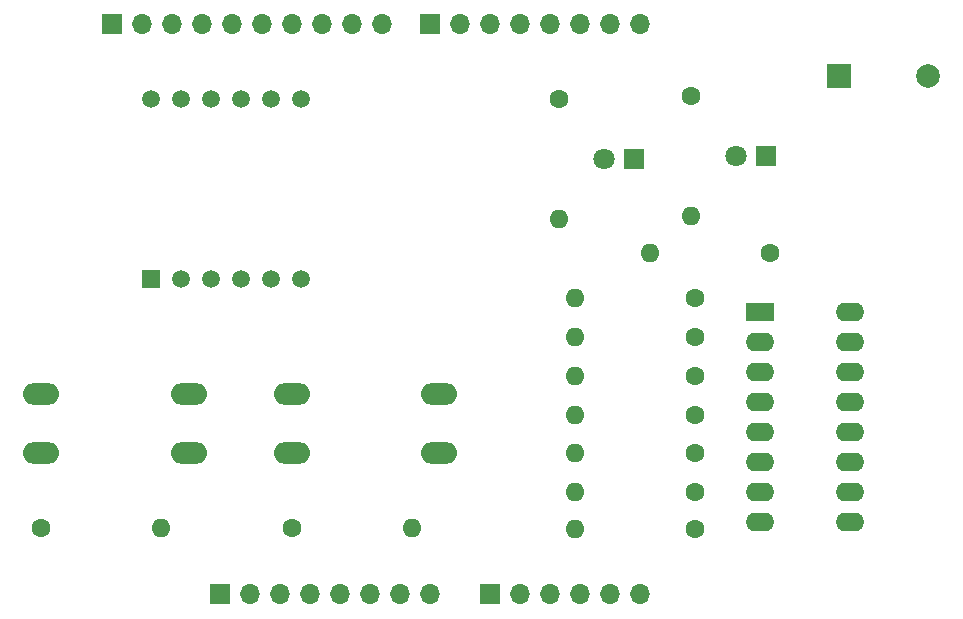
<source format=gbr>
%TF.GenerationSoftware,KiCad,Pcbnew,7.0.1*%
%TF.CreationDate,2023-03-22T23:57:39-06:00*%
%TF.ProjectId,PCB_Tutorial_UNOShield,5043425f-5475-4746-9f72-69616c5f554e,1.0*%
%TF.SameCoordinates,Original*%
%TF.FileFunction,Soldermask,Top*%
%TF.FilePolarity,Negative*%
%FSLAX46Y46*%
G04 Gerber Fmt 4.6, Leading zero omitted, Abs format (unit mm)*
G04 Created by KiCad (PCBNEW 7.0.1) date 2023-03-22 23:57:39*
%MOMM*%
%LPD*%
G01*
G04 APERTURE LIST*
%ADD10R,1.500000X1.500000*%
%ADD11C,1.500000*%
%ADD12R,1.700000X1.700000*%
%ADD13O,1.700000X1.700000*%
%ADD14R,2.000000X2.000000*%
%ADD15C,2.000000*%
%ADD16C,1.600000*%
%ADD17O,1.600000X1.600000*%
%ADD18O,3.048000X1.850000*%
%ADD19R,1.800000X1.800000*%
%ADD20C,1.800000*%
%ADD21R,2.400000X1.600000*%
%ADD22O,2.400000X1.600000*%
G04 APERTURE END LIST*
D10*
%TO.C,U1*%
X122098000Y-70790000D03*
D11*
X124638000Y-70790000D03*
X127178000Y-70790000D03*
X129718000Y-70790000D03*
X132258000Y-70790000D03*
X134798000Y-70790000D03*
X134798000Y-55550000D03*
X132258000Y-55550000D03*
X129718000Y-55550000D03*
X127178000Y-55550000D03*
X124638000Y-55550000D03*
X122098000Y-55550000D03*
%TD*%
D12*
%TO.C,J1*%
X127940000Y-97460000D03*
D13*
X130480000Y-97460000D03*
X133020000Y-97460000D03*
X135560000Y-97460000D03*
X138100000Y-97460000D03*
X140640000Y-97460000D03*
X143180000Y-97460000D03*
X145720000Y-97460000D03*
%TD*%
D12*
%TO.C,J3*%
X150800000Y-97460000D03*
D13*
X153340000Y-97460000D03*
X155880000Y-97460000D03*
X158420000Y-97460000D03*
X160960000Y-97460000D03*
X163500000Y-97460000D03*
%TD*%
D12*
%TO.C,J2*%
X118796000Y-49200000D03*
D13*
X121336000Y-49200000D03*
X123876000Y-49200000D03*
X126416000Y-49200000D03*
X128956000Y-49200000D03*
X131496000Y-49200000D03*
X134036000Y-49200000D03*
X136576000Y-49200000D03*
X139116000Y-49200000D03*
X141656000Y-49200000D03*
%TD*%
D12*
%TO.C,J4*%
X145720000Y-49200000D03*
D13*
X148260000Y-49200000D03*
X150800000Y-49200000D03*
X153340000Y-49200000D03*
X155880000Y-49200000D03*
X158420000Y-49200000D03*
X160960000Y-49200000D03*
X163500000Y-49200000D03*
%TD*%
D14*
%TO.C,LS1*%
X180350000Y-53594000D03*
D15*
X187950000Y-53594000D03*
%TD*%
D16*
%TO.C,R3*%
X156637000Y-55550000D03*
D17*
X156637000Y-65710000D03*
%TD*%
D16*
%TO.C,R4*%
X167813000Y-55296000D03*
D17*
X167813000Y-65456000D03*
%TD*%
D16*
%TO.C,R2*%
X112827000Y-91872000D03*
D17*
X122987000Y-91872000D03*
%TD*%
D18*
%TO.C,SW1*%
X134036000Y-80482000D03*
X146536000Y-80482000D03*
X134036000Y-85482000D03*
X146536000Y-85482000D03*
%TD*%
D19*
%TO.C,D2*%
X174168000Y-60376000D03*
D20*
X171628000Y-60376000D03*
%TD*%
D16*
%TO.C,R1*%
X134036000Y-91872000D03*
D17*
X144196000Y-91872000D03*
%TD*%
D16*
%TO.C,R12*%
X168148000Y-91948000D03*
D17*
X157988000Y-91948000D03*
%TD*%
D16*
%TO.C,R10*%
X168148000Y-85547200D03*
D17*
X157988000Y-85547200D03*
%TD*%
D16*
%TO.C,R8*%
X168148000Y-78994000D03*
D17*
X157988000Y-78994000D03*
%TD*%
D18*
%TO.C,SW2*%
X112810000Y-80482000D03*
X125310000Y-80482000D03*
X112810000Y-85482000D03*
X125310000Y-85482000D03*
%TD*%
D19*
%TO.C,D1*%
X162992000Y-60630000D03*
D20*
X160452000Y-60630000D03*
%TD*%
D16*
%TO.C,R5*%
X174498000Y-68580000D03*
D17*
X164338000Y-68580000D03*
%TD*%
D16*
%TO.C,R7*%
X168148000Y-75692000D03*
D17*
X157988000Y-75692000D03*
%TD*%
D21*
%TO.C,U2*%
X173660000Y-73584000D03*
D22*
X173660000Y-76124000D03*
X173660000Y-78664000D03*
X173660000Y-81204000D03*
X173660000Y-83744000D03*
X173660000Y-86284000D03*
X173660000Y-88824000D03*
X173660000Y-91364000D03*
X181280000Y-91364000D03*
X181280000Y-88824000D03*
X181280000Y-86284000D03*
X181280000Y-83744000D03*
X181280000Y-81204000D03*
X181280000Y-78664000D03*
X181280000Y-76124000D03*
X181280000Y-73584000D03*
%TD*%
D16*
%TO.C,R11*%
X168148000Y-88773000D03*
D17*
X157988000Y-88773000D03*
%TD*%
D16*
%TO.C,R6*%
X168148000Y-72390000D03*
D17*
X157988000Y-72390000D03*
%TD*%
D16*
%TO.C,R9*%
X168148000Y-82296000D03*
D17*
X157988000Y-82296000D03*
%TD*%
M02*

</source>
